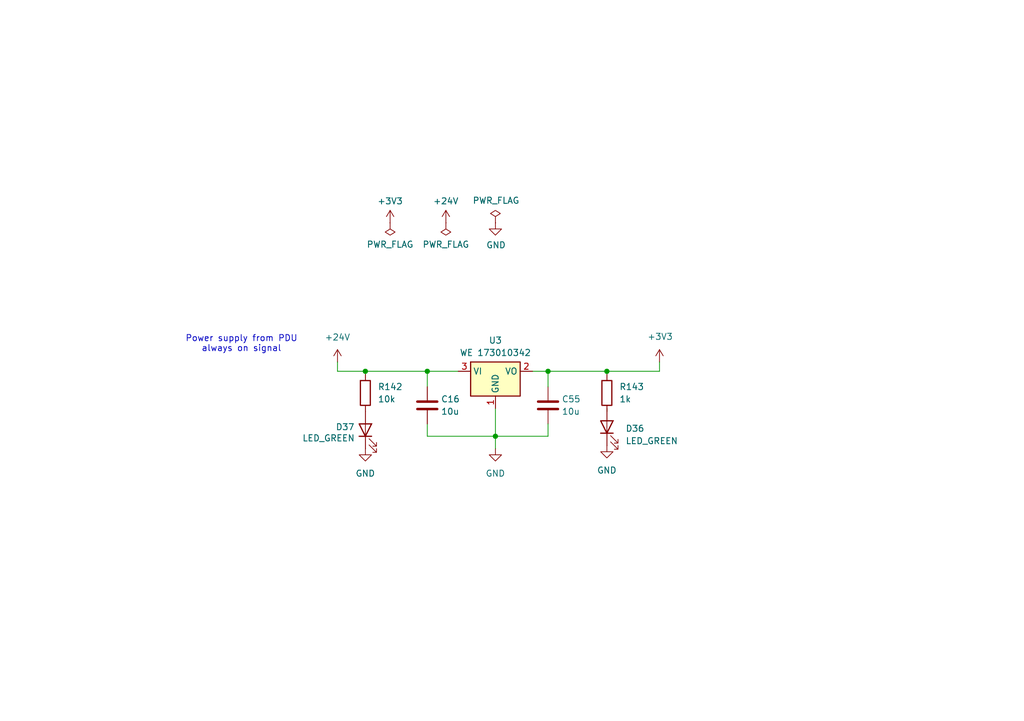
<source format=kicad_sch>
(kicad_sch (version 20250114) (generator "eeschema") (generator_version "9.0")
  (paper "A5")
  (title_block (title "Powersupply") (date "2025-03-09") (rev "V1") (comment 1 "Lene Marquardt"))
  (lib_symbols
    (symbol "Device:C" (pin_numbers (hide yes)) (pin_names (offset 0.254))
      (property "Reference" "C" (at 0.635 2.54 0))
      (property "Value" "C" (at 0.635 -2.54 0))
      (symbol "C_0_1"
        (polyline (pts (xy -2.032 0.762) (xy 2.032 0.762)) (stroke (width 0.508)))
        (polyline (pts (xy -2.032 -0.762) (xy 2.032 -0.762)) (stroke (width 0.508)))
      )
      (symbol "C_1_1"
        (pin passive line (at 0 3.81 270) (length 2.794) (name "~") (number "1"))
        (pin passive line (at 0 -3.81 90) (length 2.794) (name "~") (number "2"))
      )
    )
    (symbol "Device:LED" (pin_numbers (hide yes)) (pin_names (offset 1.016) (hide yes))
      (property "Reference" "D" (at 0 2.54 0))
      (property "Value" "LED" (at 0 -2.54 0))
      (symbol "LED_0_1"
        (polyline (pts (xy -3.048 -0.762) (xy -4.572 -2.286) (xy -3.81 -2.286) (xy -4.572 -2.286) (xy -4.572 -1.524)))
        (polyline (pts (xy -1.778 -0.762) (xy -3.302 -2.286) (xy -2.54 -2.286) (xy -3.302 -2.286) (xy -3.302 -1.524)))
        (polyline (pts (xy -1.27 0) (xy 1.27 0)))
        (polyline (pts (xy -1.27 -1.27) (xy -1.27 1.27)) (stroke (width 0.254)))
        (polyline (pts (xy 1.27 -1.27) (xy 1.27 1.27) (xy -1.27 0) (xy 1.27 -1.27)) (stroke (width 0.254)))
      )
      (symbol "LED_1_1"
        (pin passive line (at -3.81 0 0) (length 2.54) (name "K") (number "1"))
        (pin passive line (at 3.81 0 180) (length 2.54) (name "A") (number "2"))
      )
    )
    (symbol "Device:R" (pin_numbers (hide yes)) (pin_names (offset 0))
      (property "Reference" "R" (at 2.032 0 90))
      (property "Value" "R" (at 0 0 90))
      (symbol "R_0_1"
        (rectangle (start -1.016 -2.54) (end 1.016 2.54) (stroke (width 0.254)))
      )
      (symbol "R_1_1"
        (pin passive line (at 0 3.81 270) (length 1.27) (name "~") (number "1"))
        (pin passive line (at 0 -3.81 90) (length 1.27) (name "~") (number "2"))
      )
    )
    (symbol "Regulator_Linear:LD1117S33TR_SOT223"
      (property "Reference" "U" (at -3.81 3.175 0))
      (property "Value" "LD1117S33TR_SOT223" (at 0 3.175 0))
      (symbol "LD1117S33TR_SOT223_0_1"
        (rectangle (start -5.08 -5.08) (end 5.08 1.905) (stroke (width 0.254)) (fill (type background)))
      )
      (symbol "LD1117S33TR_SOT223_1_1"
        (pin power_in line (at -7.62 0 0) (length 2.54) (name "VI") (number "3"))
        (pin power_in line (at 0 -7.62 90) (length 2.54) (name "GND") (number "1"))
        (pin power_out line (at 7.62 0 180) (length 2.54) (name "VO") (number "2"))
      )
    )
    (symbol "power:+12V" (power) (pin_numbers (hide yes)) (pin_names (offset 0) (hide yes))
      (property "Value" "+12V" (at 0 3.556 0))
      (symbol "+12V_0_1"
        (polyline (pts (xy -0.762 1.27) (xy 0 2.54)))
        (polyline (pts (xy 0 2.54) (xy 0.762 1.27)))
        (polyline (pts (xy 0 0) (xy 0 2.54)))
      )
      (symbol "+12V_1_1"
        (pin power_in line (at 0 0 90) (length 0) (name "~") (number "1"))
      )
    )
    (symbol "power:+24V" (power) (pin_numbers (hide yes)) (pin_names (offset 0) (hide yes))
      (property "Value" "+24V" (at 0 3.556 0))
      (symbol "+24V_0_1"
        (polyline (pts (xy -0.762 1.27) (xy 0 2.54)))
        (polyline (pts (xy 0 2.54) (xy 0.762 1.27)))
        (polyline (pts (xy 0 0) (xy 0 2.54)))
      )
      (symbol "+24V_1_1"
        (pin power_in line (at 0 0 90) (length 0) (name "~") (number "1"))
      )
    )
    (symbol "power:+3V3" (power) (pin_numbers (hide yes)) (pin_names (offset 0) (hide yes))
      (property "Value" "+3V3" (at 0 3.556 0))
      (symbol "+3V3_0_1"
        (polyline (pts (xy -0.762 1.27) (xy 0 2.54)))
        (polyline (pts (xy 0 2.54) (xy 0.762 1.27)))
        (polyline (pts (xy 0 0) (xy 0 2.54)))
      )
      (symbol "+3V3_1_1"
        (pin power_in line (at 0 0 90) (length 0) (name "~") (number "1"))
      )
    )
    (symbol "power:GND" (power) (pin_numbers (hide yes)) (pin_names (offset 0) (hide yes))
      (property "Value" "GND" (at 0 -3.81 0))
      (symbol "GND_0_1"
        (polyline (pts (xy 0 0) (xy 0 -1.27) (xy 1.27 -1.27) (xy 0 -2.54) (xy -1.27 -1.27) (xy 0 -1.27)))
      )
      (symbol "GND_1_1"
        (pin power_in line (at 0 0 270) (length 0) (name "~") (number "1"))
      )
    )
    (symbol "power:PWR_FLAG" (power) (pin_numbers (hide yes)) (pin_names (offset 0) (hide yes))
      (property "Value" "PWR_FLAG" (at 0 3.81 0))
      (symbol "PWR_FLAG_0_0"
        (pin power_out line (at 0 0 90) (length 0) (name "~") (number "1"))
      )
      (symbol "PWR_FLAG_0_1"
        (polyline (pts (xy 0 0) (xy 0 1.27) (xy -1.016 1.905) (xy 0 2.54) (xy 1.016 1.905) (xy 0 1.27)))
      )
    )
  )
  (text "Power supply from PDU\nalways on signal" (at 49.53 70.612 0) (effects (font (size 1.27 1.27))))
  (junction (at 101.6 89.535))
  (junction (at 74.93 76.2))
  (junction (at 112.395 76.2))
  (junction (at 124.46 76.2))
  (junction (at 87.63 76.2))
  (wire (pts (xy 69.215 74.295) (xy 69.215 76.2)))
  (wire (pts (xy 87.63 79.375) (xy 87.63 76.2)))
  (wire (pts (xy 87.63 76.2) (xy 93.98 76.2)))
  (wire (pts (xy 69.215 76.2) (xy 74.93 76.2)))
  (wire (pts (xy 101.6 83.82) (xy 101.6 89.535)))
  (wire (pts (xy 135.255 74.295) (xy 135.255 76.2)))
  (wire (pts (xy 101.6 92.075) (xy 101.6 89.535)))
  (wire (pts (xy 74.93 76.835) (xy 74.93 76.2)))
  (wire (pts (xy 74.93 76.2) (xy 87.63 76.2)))
  (wire (pts (xy 101.6 89.535) (xy 112.395 89.535)))
  (wire (pts (xy 112.395 76.2) (xy 124.46 76.2)))
  (wire (pts (xy 112.395 86.995) (xy 112.395 89.535)))
  (wire (pts (xy 109.22 76.2) (xy 112.395 76.2)))
  (wire (pts (xy 87.63 89.535) (xy 87.63 86.995)))
  (wire (pts (xy 124.46 84.455) (xy 124.46 83.82)))
  (wire (pts (xy 124.46 76.2) (xy 135.255 76.2)))
  (wire (pts (xy 124.46 76.835) (xy 124.46 76.2)))
  (wire (pts (xy 87.63 89.535) (xy 101.6 89.535)))
  (wire (pts (xy 112.395 79.375) (xy 112.395 76.2)))
  (symbol (lib_id "power:+12V") (at 91.44 45.72 0) (unit 1)
    (property "Reference" "#PWR064" (effects (hide yes)))
    (property "Value" "+24V" (at 91.44 41.275 0))
    (property "Description" "Power symbol creates a global label with name \"+12V\"" (effects (hide yes)))
  )
  (symbol (lib_id "Device:C") (at 112.395 83.185 0) (unit 1)
    (property "Reference" "C55" (at 115.189 81.915 0) (effects (justify left)))
    (property "Value" "10u" (at 115.189 84.455 0) (effects (justify left)))
    (property "Footprint" "Capacitor_SMD:C_1206_3216Metric" (effects (hide yes)))
    (property "Description" "50V, X5R" (effects (hide yes)))
  )
  (symbol (lib_id "power:+3V3") (at 80.01 45.72 0) (unit 1)
    (property "Reference" "#PWR0127" (effects (hide yes)))
    (property "Value" "+3V3" (at 80.01 41.275 0))
    (property "Description" "Power symbol creates a global label with name \"+3V3\"" (effects (hide yes)))
  )
  (symbol (lib_id "power:GND") (at 74.93 92.075 0) (unit 1)
    (property "Reference" "#PWR0133" (effects (hide yes)))
    (property "Value" "GND" (at 74.93 97.155 0))
    (property "Description" "Power symbol creates a global label with name \"GND\" , ground" (effects (hide yes)))
  )
  (symbol (lib_id "power:+3V3") (at 135.255 74.295 0) (unit 1)
    (property "Reference" "#PWR028" (effects (hide yes)))
    (property "Value" "+3V3" (at 135.382 69.088 0))
    (property "Description" "Power symbol creates a global label with name \"+3V3\"" (effects (hide yes)))
  )
  (symbol (lib_id "Device:R") (at 124.46 80.645 0) (unit 1)
    (property "Reference" "R143" (at 127 79.3749 0) (effects (justify left)))
    (property "Value" "1k" (at 127 81.9149 0) (effects (justify left)))
    (property "Footprint" "Resistor_SMD:R_0603_1608Metric" (effects (hide yes)))
    (property "Description" "Resistor" (effects (hide yes)))
  )
  (symbol (lib_id "power:PWR_FLAG") (at 80.01 45.72 180) (unit 1)
    (property "Reference" "#FLG01" (effects (hide yes)))
    (property "Value" "PWR_FLAG" (at 80.01 50.165 0))
    (property "Description" "Special symbol for telling ERC where power comes from" (effects (hide yes)))
  )
  (symbol (lib_id "Device:C") (at 87.63 83.185 0) (unit 1)
    (property "Reference" "C16" (at 90.424 81.915 0) (effects (justify left)))
    (property "Value" "10u" (at 90.424 84.455 0) (effects (justify left)))
    (property "Footprint" "Capacitor_SMD:C_1206_3216Metric" (effects (hide yes)))
    (property "Description" "50V, X5R" (effects (hide yes)))
  )
  (symbol (lib_id "power:GND") (at 124.46 91.44 0) (unit 1)
    (property "Reference" "#PWR0130" (effects (hide yes)))
    (property "Value" "GND" (at 124.46 96.52 0))
    (property "Description" "Power symbol creates a global label with name \"GND\" , ground" (effects (hide yes)))
  )
  (symbol (lib_id "power:GND") (at 101.6 45.72 0) (unit 1)
    (property "Reference" "#PWR065" (effects (hide yes)))
    (property "Value" "GND" (at 101.727 50.292 0))
    (property "Description" "Power symbol creates a global label with name \"GND\" , ground" (effects (hide yes)))
  )
  (symbol (lib_id "power:PWR_FLAG") (at 91.44 45.72 180) (unit 1)
    (property "Reference" "#FLG02" (effects (hide yes)))
    (property "Value" "PWR_FLAG" (at 91.44 50.165 0))
    (property "Description" "Special symbol for telling ERC where power comes from" (effects (hide yes)))
  )
  (symbol (lib_id "power:PWR_FLAG") (at 101.6 45.72 0) (unit 1)
    (property "Reference" "#FLG04" (effects (hide yes)))
    (property "Value" "PWR_FLAG" (at 101.727 41.148 0))
    (property "Description" "Special symbol for telling ERC where power comes from" (effects (hide yes)))
  )
  (symbol (lib_id "Device:R") (at 74.93 80.645 0) (unit 1)
    (property "Reference" "R142" (at 77.47 79.3749 0) (effects (justify left)))
    (property "Value" "10k" (at 77.47 81.9149 0) (effects (justify left)))
    (property "Footprint" "Resistor_SMD:R_0603_1608Metric" (effects (hide yes)))
    (property "Description" "Resistor" (effects (hide yes)))
  )
  (symbol (lib_id "power:GND") (at 101.6 92.075 0) (unit 1)
    (property "Reference" "#PWR0112" (effects (hide yes)))
    (property "Value" "GND" (at 101.6 97.155 0))
    (property "Description" "Power symbol creates a global label with name \"GND\" , ground" (effects (hide yes)))
  )
  (symbol (lib_id "power:+24V") (at 69.215 74.295 0) (unit 1)
    (property "Reference" "#PWR0109" (effects (hide yes)))
    (property "Value" "+24V" (at 69.215 69.215 0))
    (property "Description" "Power symbol creates a global label with name \"+24V\"" (effects (hide yes)))
  )
  (symbol (lib_id "Device:LED") (at 74.93 88.265 90) (unit 1)
    (property "Reference" "D37" (at 68.834 87.63 90) (effects (justify right)))
    (property "Value" "LED_GREEN" (at 61.976 89.916 90) (effects (justify right)))
    (property "Footprint" "LED_SMD:LED_0603_1608Metric" (effects (hide yes)))
    (property "Datasheet" "https://www.we-online.com/components/products/datasheet/150060VS75000.pdf" (effects (hide yes)))
    (property "Description" "Light emitting diode" (effects (hide yes)))
    (property "MPR" "150060VS75000" (effects (hide yes)))
  )
  (symbol (lib_id "Device:LED") (at 124.46 87.63 90) (unit 1)
    (property "Reference" "D36" (at 128.27 87.9474 90) (effects (justify right)))
    (property "Value" "LED_GREEN" (at 128.27 90.4874 90) (effects (justify right)))
    (property "Footprint" "LED_SMD:LED_0603_1608Metric" (effects (hide yes)))
    (property "Datasheet" "https://www.we-online.com/components/products/datasheet/150060VS75000.pdf" (effects (hide yes)))
    (property "Description" "Light emitting diode" (effects (hide yes)))
    (property "MPR" "150060VS75000" (effects (hide yes)))
  )
  (symbol (lib_id "Regulator_Linear:LD1117S33TR_SOT223") (at 101.6 76.2 0) (unit 1)
    (property "Reference" "U3" (at 101.6 69.85 0))
    (property "Value" "WE 173010342" (at 101.6 72.39 0))
    (property "Footprint" "173010342:173010342" (effects (hide yes)))
    (property "Datasheet" "https://www.we-online.com/components/products/datasheet/173010342.pdf" (effects (hide yes)))
    (property "Description" "1A Fixed Low Drop Positive Voltage Regulator, Fixed Output 3.3V, SOT-223" (effects (hide yes)))
  )
)
</source>
